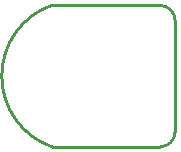
<source format=gko>
G04 Layer: BoardOutlineLayer*
G04 EasyEDA v6.5.1, 2022-03-25 19:20:23*
G04 7f390d730af4428a99680024a372d8f3,2a3559ba94084103b258dd4c46581d95,10*
G04 Gerber Generator version 0.2*
G04 Scale: 100 percent, Rotated: No, Reflected: No *
G04 Dimensions in inches *
G04 leading zeros omitted , absolute positions ,3 integer and 6 decimal *
%FSLAX36Y36*%
%MOIN*%

%ADD10C,0.0100*%
D10*
X5100000Y-2100000D02*
G01*
X5460000Y-2100500D01*
X5459799Y-2572199D02*
G01*
X5100000Y-2572199D01*
X5508500Y-2150000D02*
G01*
X5508500Y-2523800D01*
G75*
G01*
X5099129Y-2572508D02*
G02*
X5099967Y-2099904I82035J236157D01*
G75*
G01*
X5459750Y-2572248D02*
G03*
X5508247Y-2523751I0J48497D01*
G75*
G01*
X5508497Y-2150000D02*
G03*
X5460000Y-2101503I-48497J0D01*

%LPD*%
M02*

</source>
